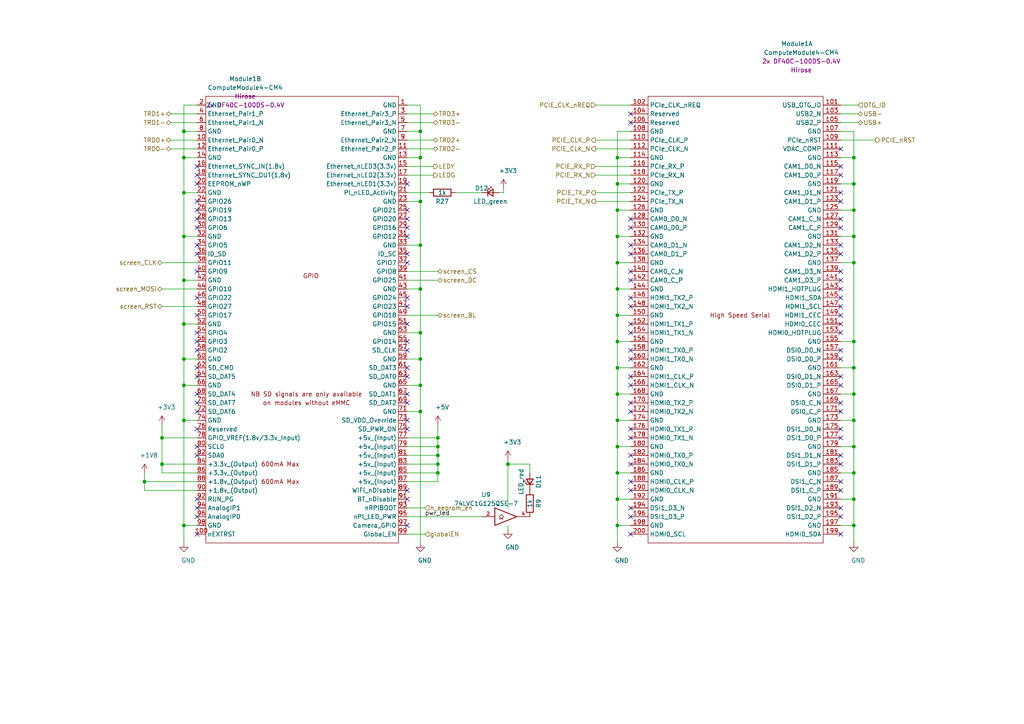
<source format=kicad_sch>
(kicad_sch (version 20211123) (generator eeschema)
  (paper "A4")
  (lib_symbols
    (symbol "74xGxx:74LVC1G07" (pin_names (offset 1.016))
      (property "Reference" "U" (at -2.54 3.81 0))
      (property "Value" "74LVC1G07" (at 0 -3.81 0))
      (symbol "74LVC1G07_0_1"
        (polyline (pts (xy -2.54 -0.635) (xy -1.27 -0.635)))
        (polyline (pts (xy -3.81 2.54) (xy -3.81 -2.54) (xy 2.54 0) (xy -3.81 2.54)) (stroke (width 0.254)))
        (polyline (pts (xy -1.905 0.635) (xy -2.54 0) (xy -1.905 -0.635) (xy -1.27 0) (xy -1.905 0.635)))
      )
      (symbol "74LVC1G07_1_1"
        (pin input line (at -7.62 0 0) (length 3.81) (name "~") (number "2"))
        (pin power_in line (at 0 -2.54 270) (length 0) hide (name "GND") (number "3"))
        (pin open_collector line (at 6.35 0 180) (length 3.81) (name "~") (number "4"))
        (pin power_in line (at 0 2.54 90) (length 0) hide (name "VCC") (number "5"))
      )
    )
    (symbol "CM4_NAS:ComputeModule4-CM4"
      (property "Reference" "Module" (at 113.03 -68.58 0))
      (property "Value" "ComputeModule4-CM4" (at 140.97 2.54 0))
      (property "Field4" "Hirose" (at 0 0 0))
      (property "Field5" "2x DF40C-100DS-0.4V" (at 0 -2.54 0))
      (symbol "ComputeModule4-CM4_1_0"
        (text "GPIO" (at 0 6.35 0) (effects (font (size 1.27 1.27))))
      )
      (symbol "ComputeModule4-CM4_1_1"
        (rectangle (start -30.48 -71.12) (end 25.4 58.42))
        (text "600mA Max" (at -8.89 -53.34 0) (effects (font (size 1.27 1.27))))
        (text "600mA Max" (at -8.89 -48.26 0) (effects (font (size 1.27 1.27))))
        (text "NB SD signals are only available" (at -1.27 -27.94 0) (effects (font (size 1.27 1.27))))
        (text "on modules without eMMC" (at -1.27 -30.48 0) (effects (font (size 1.27 1.27))))
        (pin power_in line (at 27.94 55.88 180) (length 2.54) (name "GND") (number "1"))
        (pin passive line (at -33.02 45.72 0) (length 2.54) (name "Ethernet_Pair0_N") (number "10"))
        (pin output line (at -33.02 -68.58 0) (length 2.54) (name "nEXTRST") (number "100"))
        (pin passive line (at 27.94 43.18 180) (length 2.54) (name "Ethernet_Pair2_P") (number "11"))
        (pin passive line (at -33.02 43.18 0) (length 2.54) (name "Ethernet_Pair0_P") (number "12"))
        (pin power_in line (at 27.94 40.64 180) (length 2.54) (name "GND") (number "13"))
        (pin power_in line (at -33.02 40.64 0) (length 2.54) (name "GND") (number "14"))
        (pin output line (at 27.94 38.1 180) (length 2.54) (name "Ethernet_nLED3(3.3v)") (number "15"))
        (pin input line (at -33.02 38.1 0) (length 2.54) (name "Ethernet_SYNC_IN(1.8v)") (number "16"))
        (pin output line (at 27.94 35.56 180) (length 2.54) (name "Ethernet_nLED2(3.3v)") (number "17"))
        (pin input line (at -33.02 35.56 0) (length 2.54) (name "Ethernet_SYNC_OUT(1.8v)") (number "18"))
        (pin output line (at 27.94 33.02 180) (length 2.54) (name "Ethernet_nLED1(3.3v)") (number "19"))
        (pin power_in line (at -33.02 55.88 0) (length 2.54) (name "GND") (number "2"))
        (pin passive line (at -33.02 33.02 0) (length 2.54) (name "EEPROM_nWP") (number "20"))
        (pin open_collector line (at 27.94 30.48 180) (length 2.54) (name "PI_nLED_Activity") (number "21"))
        (pin power_in line (at -33.02 30.48 0) (length 2.54) (name "GND") (number "22"))
        (pin power_in line (at 27.94 27.94 180) (length 2.54) (name "GND") (number "23"))
        (pin passive line (at -33.02 27.94 0) (length 2.54) (name "GPIO26") (number "24"))
        (pin passive line (at 27.94 25.4 180) (length 2.54) (name "GPIO21") (number "25"))
        (pin passive line (at -33.02 25.4 0) (length 2.54) (name "GPIO19") (number "26"))
        (pin passive line (at 27.94 22.86 180) (length 2.54) (name "GPIO20") (number "27"))
        (pin passive line (at -33.02 22.86 0) (length 2.54) (name "GPIO13") (number "28"))
        (pin passive line (at 27.94 20.32 180) (length 2.54) (name "GPIO16") (number "29"))
        (pin passive line (at 27.94 53.34 180) (length 2.54) (name "Ethernet_Pair3_P") (number "3"))
        (pin passive line (at -33.02 20.32 0) (length 2.54) (name "GPIO6") (number "30"))
        (pin passive line (at 27.94 17.78 180) (length 2.54) (name "GPIO12") (number "31"))
        (pin power_in line (at -33.02 17.78 0) (length 2.54) (name "GND") (number "32"))
        (pin power_in line (at 27.94 15.24 180) (length 2.54) (name "GND") (number "33"))
        (pin passive line (at -33.02 15.24 0) (length 2.54) (name "GPIO5") (number "34"))
        (pin passive line (at 27.94 12.7 180) (length 2.54) (name "ID_SC") (number "35"))
        (pin passive line (at -33.02 12.7 0) (length 2.54) (name "ID_SD") (number "36"))
        (pin passive line (at 27.94 10.16 180) (length 2.54) (name "GPIO7") (number "37"))
        (pin passive line (at -33.02 10.16 0) (length 2.54) (name "GPIO11") (number "38"))
        (pin passive line (at 27.94 7.62 180) (length 2.54) (name "GPIO8") (number "39"))
        (pin passive line (at -33.02 53.34 0) (length 2.54) (name "Ethernet_Pair1_P") (number "4"))
        (pin passive line (at -33.02 7.62 0) (length 2.54) (name "GPIO9") (number "40"))
        (pin passive line (at 27.94 5.08 180) (length 2.54) (name "GPIO25") (number "41"))
        (pin power_in line (at -33.02 5.08 0) (length 2.54) (name "GND") (number "42"))
        (pin power_in line (at 27.94 2.54 180) (length 2.54) (name "GND") (number "43"))
        (pin passive line (at -33.02 2.54 0) (length 2.54) (name "GPIO10") (number "44"))
        (pin passive line (at 27.94 0 180) (length 2.54) (name "GPIO24") (number "45"))
        (pin passive line (at -33.02 0 0) (length 2.54) (name "GPIO22") (number "46"))
        (pin passive line (at 27.94 -2.54 180) (length 2.54) (name "GPIO23") (number "47"))
        (pin passive line (at -33.02 -2.54 0) (length 2.54) (name "GPIO27") (number "48"))
        (pin passive line (at 27.94 -5.08 180) (length 2.54) (name "GPIO18") (number "49"))
        (pin passive line (at 27.94 50.8 180) (length 2.54) (name "Ethernet_Pair3_N") (number "5"))
        (pin passive line (at -33.02 -5.08 0) (length 2.54) (name "GPIO17") (number "50"))
        (pin passive line (at 27.94 -7.62 180) (length 2.54) (name "GPIO15") (number "51"))
        (pin power_in line (at -33.02 -7.62 0) (length 2.54) (name "GND") (number "52"))
        (pin power_in line (at 27.94 -10.16 180) (length 2.54) (name "GND") (number "53"))
        (pin passive line (at -33.02 -10.16 0) (length 2.54) (name "GPIO4") (number "54"))
        (pin passive line (at 27.94 -12.7 180) (length 2.54) (name "GPIO14") (number "55"))
        (pin passive line (at -33.02 -12.7 0) (length 2.54) (name "GPIO3") (number "56"))
        (pin passive line (at 27.94 -15.24 180) (length 2.54) (name "SD_CLK") (number "57"))
        (pin passive line (at -33.02 -15.24 0) (length 2.54) (name "GPIO2") (number "58"))
        (pin power_in line (at 27.94 -17.78 180) (length 2.54) (name "GND") (number "59"))
        (pin passive line (at -33.02 50.8 0) (length 2.54) (name "Ethernet_Pair1_N") (number "6"))
        (pin power_in line (at -33.02 -17.78 0) (length 2.54) (name "GND") (number "60"))
        (pin passive line (at 27.94 -20.32 180) (length 2.54) (name "SD_DAT3") (number "61"))
        (pin passive line (at -33.02 -20.32 0) (length 2.54) (name "SD_CMD") (number "62"))
        (pin passive line (at 27.94 -22.86 180) (length 2.54) (name "SD_DAT0") (number "63"))
        (pin passive line (at -33.02 -22.86 0) (length 2.54) (name "SD_DAT5") (number "64"))
        (pin power_in line (at 27.94 -25.4 180) (length 2.54) (name "GND") (number "65"))
        (pin power_in line (at -33.02 -25.4 0) (length 2.54) (name "GND") (number "66"))
        (pin passive line (at 27.94 -27.94 180) (length 2.54) (name "SD_DAT1") (number "67"))
        (pin passive line (at -33.02 -27.94 0) (length 2.54) (name "SD_DAT4") (number "68"))
        (pin passive line (at 27.94 -30.48 180) (length 2.54) (name "SD_DAT2") (number "69"))
        (pin power_in line (at 27.94 48.26 180) (length 2.54) (name "GND") (number "7"))
        (pin passive line (at -33.02 -30.48 0) (length 2.54) (name "SD_DAT7") (number "70"))
        (pin power_in line (at 27.94 -33.02 180) (length 2.54) (name "GND") (number "71"))
        (pin passive line (at -33.02 -33.02 0) (length 2.54) (name "SD_DAT6") (number "72"))
        (pin input line (at 27.94 -35.56 180) (length 2.54) (name "SD_VDD_Override") (number "73"))
        (pin power_in line (at -33.02 -35.56 0) (length 2.54) (name "GND") (number "74"))
        (pin output line (at 27.94 -38.1 180) (length 2.54) (name "SD_PWR_ON") (number "75"))
        (pin passive line (at -33.02 -38.1 0) (length 2.54) (name "Reserved") (number "76"))
        (pin power_in line (at 27.94 -40.64 180) (length 2.54) (name "+5v_(Input)") (number "77"))
        (pin power_in line (at -33.02 -40.64 0) (length 2.54) (name "GPIO_VREF(1.8v/3.3v_Input)") (number "78"))
        (pin power_in line (at 27.94 -43.18 180) (length 2.54) (name "+5v_(Input)") (number "79"))
        (pin power_in line (at -33.02 48.26 0) (length 2.54) (name "GND") (number "8"))
        (pin passive line (at -33.02 -43.18 0) (length 2.54) (name "SCL0") (number "80"))
        (pin power_in line (at 27.94 -45.72 180) (length 2.54) (name "+5v_(Input)") (number "81"))
        (pin passive line (at -33.02 -45.72 0) (length 2.54) (name "SDA0") (number "82"))
        (pin power_in line (at 27.94 -48.26 180) (length 2.54) (name "+5v_(Input)") (number "83"))
        (pin power_out line (at -33.02 -48.26 0) (length 2.54) (name "+3.3v_(Output)") (number "84"))
        (pin power_in line (at 27.94 -50.8 180) (length 2.54) (name "+5v_(Input)") (number "85"))
        (pin power_out line (at -33.02 -50.8 0) (length 2.54) (name "+3.3v_(Output)") (number "86"))
        (pin power_in line (at 27.94 -53.34 180) (length 2.54) (name "+5v_(Input)") (number "87"))
        (pin power_out line (at -33.02 -53.34 0) (length 2.54) (name "+1.8v_(Output)") (number "88"))
        (pin power_in line (at 27.94 -55.88 180) (length 2.54) (name "WiFi_nDisable") (number "89"))
        (pin passive line (at 27.94 45.72 180) (length 2.54) (name "Ethernet_Pair2_N") (number "9"))
        (pin power_out line (at -33.02 -55.88 0) (length 2.54) (name "+1.8v_(Output)") (number "90"))
        (pin power_in line (at 27.94 -58.42 180) (length 2.54) (name "BT_nDisable") (number "91"))
        (pin passive line (at -33.02 -58.42 0) (length 2.54) (name "RUN_PG") (number "92"))
        (pin input line (at 27.94 -60.96 180) (length 2.54) (name "nRPIBOOT") (number "93"))
        (pin passive line (at -33.02 -60.96 0) (length 2.54) (name "AnalogIP1") (number "94"))
        (pin output line (at 27.94 -63.5 180) (length 2.54) (name "nPI_LED_PWR") (number "95"))
        (pin passive line (at -33.02 -63.5 0) (length 2.54) (name "AnalogIP0") (number "96"))
        (pin passive line (at 27.94 -66.04 180) (length 2.54) (name "Camera_GPIO") (number "97"))
        (pin power_in line (at -33.02 -66.04 0) (length 2.54) (name "GND") (number "98"))
        (pin input line (at 27.94 -68.58 180) (length 2.54) (name "Global_EN") (number "99"))
      )
      (symbol "ComputeModule4-CM4_2_1"
        (rectangle (start 114.3 -66.04) (end 165.1 63.5))
        (text "High Speed Serial" (at 140.97 0 0) (effects (font (size 1.27 1.27))))
        (pin input line (at 170.18 60.96 180) (length 5.08) (name "USB_OTG_ID") (number "101"))
        (pin input line (at 109.22 60.96 0) (length 5.08) (name "PCIe_CLK_nREQ") (number "102"))
        (pin passive line (at 170.18 58.42 180) (length 5.08) (name "USB2_N") (number "103"))
        (pin passive line (at 109.22 58.42 0) (length 5.08) (name "Reserved") (number "104"))
        (pin passive line (at 170.18 55.88 180) (length 5.08) (name "USB2_P") (number "105"))
        (pin passive line (at 109.22 55.88 0) (length 5.08) (name "Reserved") (number "106"))
        (pin power_in line (at 170.18 53.34 180) (length 5.08) (name "GND") (number "107"))
        (pin power_in line (at 109.22 53.34 0) (length 5.08) (name "GND") (number "108"))
        (pin bidirectional line (at 170.18 50.8 180) (length 5.08) (name "PCIe_nRST") (number "109"))
        (pin output line (at 109.22 50.8 0) (length 5.08) (name "PCIe_CLK_P") (number "110"))
        (pin passive line (at 170.18 48.26 180) (length 5.08) (name "VDAC_COMP") (number "111"))
        (pin output line (at 109.22 48.26 0) (length 5.08) (name "PCIe_CLK_N") (number "112"))
        (pin power_in line (at 170.18 45.72 180) (length 5.08) (name "GND") (number "113"))
        (pin power_in line (at 109.22 45.72 0) (length 5.08) (name "GND") (number "114"))
        (pin input line (at 170.18 43.18 180) (length 5.08) (name "CAM1_D0_N") (number "115"))
        (pin input line (at 109.22 43.18 0) (length 5.08) (name "PCIe_RX_P") (number "116"))
        (pin input line (at 170.18 40.64 180) (length 5.08) (name "CAM1_D0_P") (number "117"))
        (pin input line (at 109.22 40.64 0) (length 5.08) (name "PCIe_RX_N") (number "118"))
        (pin power_in line (at 170.18 38.1 180) (length 5.08) (name "GND") (number "119"))
        (pin power_in line (at 109.22 38.1 0) (length 5.08) (name "GND") (number "120"))
        (pin input line (at 170.18 35.56 180) (length 5.08) (name "CAM1_D1_N") (number "121"))
        (pin output line (at 109.22 35.56 0) (length 5.08) (name "PCIe_TX_P") (number "122"))
        (pin input line (at 170.18 33.02 180) (length 5.08) (name "CAM1_D1_P") (number "123"))
        (pin output line (at 109.22 33.02 0) (length 5.08) (name "PCIe_TX_N") (number "124"))
        (pin power_in line (at 170.18 30.48 180) (length 5.08) (name "GND") (number "125"))
        (pin power_in line (at 109.22 30.48 0) (length 5.08) (name "GND") (number "126"))
        (pin input line (at 170.18 27.94 180) (length 5.08) (name "CAM1_C_N") (number "127"))
        (pin input line (at 109.22 27.94 0) (length 5.08) (name "CAM0_D0_N") (number "128"))
        (pin input line (at 170.18 25.4 180) (length 5.08) (name "CAM1_C_P") (number "129"))
        (pin input line (at 109.22 25.4 0) (length 5.08) (name "CAM0_D0_P") (number "130"))
        (pin power_in line (at 170.18 22.86 180) (length 5.08) (name "GND") (number "131"))
        (pin power_in line (at 109.22 22.86 0) (length 5.08) (name "GND") (number "132"))
        (pin input line (at 170.18 20.32 180) (length 5.08) (name "CAM1_D2_N") (number "133"))
        (pin input line (at 109.22 20.32 0) (length 5.08) (name "CAM0_D1_N") (number "134"))
        (pin input line (at 170.18 17.78 180) (length 5.08) (name "CAM1_D2_P") (number "135"))
        (pin input line (at 109.22 17.78 0) (length 5.08) (name "CAM0_D1_P") (number "136"))
        (pin power_in line (at 170.18 15.24 180) (length 5.08) (name "GND") (number "137"))
        (pin power_in line (at 109.22 15.24 0) (length 5.08) (name "GND") (number "138"))
        (pin input line (at 170.18 12.7 180) (length 5.08) (name "CAM1_D3_N") (number "139"))
        (pin input line (at 109.22 12.7 0) (length 5.08) (name "CAM0_C_N") (number "140"))
        (pin input line (at 170.18 10.16 180) (length 5.08) (name "CAM1_D3_P") (number "141"))
        (pin input line (at 109.22 10.16 0) (length 5.08) (name "CAM0_C_P") (number "142"))
        (pin input line (at 170.18 7.62 180) (length 5.08) (name "HDMI1_HOTPLUG") (number "143"))
        (pin power_in line (at 109.22 7.62 0) (length 5.08) (name "GND") (number "144"))
        (pin bidirectional line (at 170.18 5.08 180) (length 5.08) (name "HDMI1_SDA") (number "145"))
        (pin output line (at 109.22 5.08 0) (length 5.08) (name "HDMI1_TX2_P") (number "146"))
        (pin open_collector line (at 170.18 2.54 180) (length 5.08) (name "HDMI1_SCL") (number "147"))
        (pin output line (at 109.22 2.54 0) (length 5.08) (name "HDMI1_TX2_N") (number "148"))
        (pin open_collector line (at 170.18 0 180) (length 5.08) (name "HDMI1_CEC") (number "149"))
        (pin power_in line (at 109.22 0 0) (length 5.08) (name "GND") (number "150"))
        (pin open_collector line (at 170.18 -2.54 180) (length 5.08) (name "HDMI0_CEC") (number "151"))
        (pin output line (at 109.22 -2.54 0) (length 5.08) (name "HDMI1_TX1_P") (number "152"))
        (pin input line (at 170.18 -5.08 180) (length 5.08) (name "HDMI0_HOTPLUG") (number "153"))
        (pin output line (at 109.22 -5.08 0) (length 5.08) (name "HDMI1_TX1_N") (number "154"))
        (pin power_in line (at 170.18 -7.62 180) (length 5.08) (name "GND") (number "155"))
        (pin power_in line (at 109.22 -7.62 0) (length 5.08) (name "GND") (number "156"))
        (pin output line (at 170.18 -10.16 180) (length 5.08) (name "DSI0_D0_N") (number "157"))
        (pin output line (at 109.22 -10.16 0) (length 5.08) (name "HDMI1_TX0_P") (number "158"))
        (pin output line (at 170.18 -12.7 180) (length 5.08) (name "DSI0_D0_P") (number "159"))
        (pin output line (at 109.22 -12.7 0) (length 5.08) (name "HDMI1_TX0_N") (number "160"))
        (pin power_in line (at 170.18 -15.24 180) (length 5.08) (name "GND") (number "161"))
        (pin power_in line (at 109.22 -15.24 0) (length 5.08) (name "GND") (number "162"))
        (pin output line (at 170.18 -17.78 180) (length 5.08) (name "DSI0_D1_N") (number "163"))
        (pin output line (at 109.22 -17.78 0) (length 5.08) (name "HDMI1_CLK_P") (number "164"))
        (pin output line (at 170.18 -20.32 180) (length 5.08) (name "DSI0_D1_P") (number "165"))
        (pin output line (at 109.22 -20.32 0) (length 5.08) (name "HDMI1_CLK_N") (number "166"))
        (pin power_in line (at 170.18 -22.86 180) (length 5.08) (name "GND") (number "167"))
        (pin power_in line (at 109.22 -22.86 0) (length 5.08) (name "GND") (number "168"))
        (pin output line (at 170.18 -25.4 180) (length 5.08) (name "DSI0_C_N") (number "169"))
        (pin output line (at 109.22 -25.4 0) (length 5.08) (name "HDMI0_TX2_P") (number "170"))
        (pin output line (at 170.18 -27.94 180) (length 5.08) (name "DSI0_C_P") (number "171"))
        (pin output line (at 109.22 -27.94 0) (length 5.08) (name "HDMI0_TX2_N") (number "172"))
        (pin power_in line (at 170.18 -30.48 180) (length 5.08) (name "GND") (number "173"))
        (pin power_in line (at 109.22 -30.48 0) (length 5.08) (name "GND") (number "174"))
        (pin output line (at 170.18 -33.02 180) (length 5.08) (name "DSI1_D0_N") (number "175"))
        (pin output line (at 109.22 -33.02 0) (length 5.08) (name "HDMI0_TX1_P") (number "176"))
        (pin output line (at 170.18 -35.56 180) (length 5.08) (name "DSI1_D0_P") (number "177"))
        (pin output line (at 109.22 -35.56 0) (length 5.08) (name "HDMI0_TX1_N") (number "178"))
        (pin power_in line (at 170.18 -38.1 180) (length 5.08) (name "GND") (number "179"))
        (pin power_in line (at 109.22 -38.1 0) (length 5.08) (name "GND") (number "180"))
        (pin output line (at 170.18 -40.64 180) (length 5.08) (name "DSI1_D1_N") (number "181"))
        (pin output line (at 109.22 -40.64 0) (length 5.08) (name "HDMI0_TX0_P") (number "182"))
        (pin output line (at 170.18 -43.18 180) (length 5.08) (name "DSI1_D1_P") (number "183"))
        (pin output line (at 109.22 -43.18 0) (length 5.08) (name "HDMI0_TX0_N") (number "184"))
        (pin power_in line (at 170.18 -45.72 180) (length 5.08) (name "GND") (number "185"))
        (pin power_in line (at 109.22 -45.72 0) (length 5.08) (name "GND") (number "186"))
        (pin output line (at 170.18 -48.26 180) (length 5.08) (name "DSI1_C_N") (number "187"))
        (pin output line (at 109.22 -48.26 0) (length 5.08) (name "HDMI0_CLK_P") (number "188"))
        (pin output line (at 170.18 -50.8 180) (length 5.08) (name "DSI1_C_P") (number "189"))
        (pin output line (at 109.22 -50.8 0) (length 5.08) (name "HDMI0_CLK_N") (number "190"))
        (pin power_in line (at 170.18 -53.34 180) (length 5.08) (name "GND") (number "191"))
        (pin power_in line (at 109.22 -53.34 0) (length 5.08) (name "GND") (number "192"))
        (pin output line (at 170.18 -55.88 180) (length 5.08) (name "DSI1_D2_N") (number "193"))
        (pin output line (at 109.22 -55.88 0) (length 5.08) (name "DSI1_D3_N") (number "194"))
        (pin output line (at 170.18 -58.42 180) (length 5.08) (name "DSI1_D2_P") (number "195"))
        (pin output line (at 109.22 -58.42 0) (length 5.08) (name "DSI1_D3_P") (number "196"))
        (pin power_in line (at 170.18 -60.96 180) (length 5.08) (name "GND") (number "197"))
        (pin power_in line (at 109.22 -60.96 0) (length 5.08) (name "GND") (number "198"))
        (pin bidirectional line (at 170.18 -63.5 180) (length 5.08) (name "HDMI0_SDA") (number "199"))
        (pin open_collector line (at 109.22 -63.5 0) (length 5.08) (name "HDMI0_SCL") (number "200"))
      )
    )
    (symbol "Device:LED_Small" (pin_numbers hide) (pin_names (offset 0.254) hide)
      (property "Reference" "D" (at -1.27 3.175 0))
      (property "Value" "LED_Small" (at -4.445 -2.54 0))
      (symbol "LED_Small_0_1"
        (polyline (pts (xy -0.762 -1.016) (xy -0.762 1.016)) (stroke (width 0.254)))
        (polyline (pts (xy 1.016 0) (xy -0.762 0)))
        (polyline (pts (xy 0.762 -1.016) (xy -0.762 0) (xy 0.762 1.016) (xy 0.762 -1.016)) (stroke (width 0.254)))
        (polyline (pts (xy 0 0.762) (xy -0.508 1.27) (xy -0.254 1.27) (xy -0.508 1.27) (xy -0.508 1.016)))
        (polyline (pts (xy 0.508 1.27) (xy 0 1.778) (xy 0.254 1.778) (xy 0 1.778) (xy 0 1.524)))
      )
      (symbol "LED_Small_1_1"
        (pin passive line (at -2.54 0 0) (length 1.778) (name "K") (number "1"))
        (pin passive line (at 2.54 0 180) (length 1.778) (name "A") (number "2"))
      )
    )
    (symbol "Device:R" (pin_numbers hide) (pin_names (offset 0))
      (property "Reference" "R" (at 2.032 0 90))
      (property "Value" "R" (at 0 0 90))
      (symbol "R_0_1"
        (rectangle (start -1.016 -2.54) (end 1.016 2.54) (stroke (width 0.254)))
      )
      (symbol "R_1_1"
        (pin passive line (at 0 3.81 270) (length 1.27) (name "~") (number "1"))
        (pin passive line (at 0 -3.81 90) (length 1.27) (name "~") (number "2"))
      )
    )
    (symbol "power:+1V8" (power) (pin_names (offset 0))
      (property "Value" "+1V8" (at 0 3.556 0))
      (symbol "+1V8_0_1"
        (polyline (pts (xy -0.762 1.27) (xy 0 2.54)))
        (polyline (pts (xy 0 0) (xy 0 2.54)))
        (polyline (pts (xy 0 2.54) (xy 0.762 1.27)))
      )
      (symbol "+1V8_1_1"
        (pin power_in line (at 0 0 90) (length 0) hide (name "+1V8") (number "1"))
      )
    )
    (symbol "power:+3V3" (power) (pin_names (offset 0))
      (property "Value" "+3V3" (at 0 3.556 0))
      (symbol "+3V3_0_1"
        (polyline (pts (xy -0.762 1.27) (xy 0 2.54)))
        (polyline (pts (xy 0 0) (xy 0 2.54)))
        (polyline (pts (xy 0 2.54) (xy 0.762 1.27)))
      )
      (symbol "+3V3_1_1"
        (pin power_in line (at 0 0 90) (length 0) hide (name "+3V3") (number "1"))
      )
    )
    (symbol "power:+5V" (power) (pin_names (offset 0))
      (property "Value" "+5V" (at 0 3.556 0))
      (symbol "+5V_0_1"
        (polyline (pts (xy -0.762 1.27) (xy 0 2.54)))
        (polyline (pts (xy 0 0) (xy 0 2.54)))
        (polyline (pts (xy 0 2.54) (xy 0.762 1.27)))
      )
      (symbol "+5V_1_1"
        (pin power_in line (at 0 0 90) (length 0) hide (name "+5V") (number "1"))
      )
    )
    (symbol "power:GND" (power) (pin_names (offset 0))
      (property "Value" "GND" (at 0 -3.81 0))
      (symbol "GND_0_1"
        (polyline (pts (xy 0 0) (xy 0 -1.27) (xy 1.27 -1.27) (xy 0 -2.54) (xy -1.27 -1.27) (xy 0 -1.27)))
      )
      (symbol "GND_1_1"
        (pin power_in line (at 0 0 270) (length 0) hide (name "GND") (number "1"))
      )
    )
  )
  (junction (at 247.65 129.54) (diameter 0.9144))
  (junction (at 179.07 45.72) (diameter 0.9144))
  (junction (at 179.07 121.92) (diameter 0.9144))
  (junction (at 41.91 139.7) (diameter 0.9144))
  (junction (at 127 137.16) (diameter 0.9144))
  (junction (at 53.34 68.58) (diameter 0.9144))
  (junction (at 247.65 106.68) (diameter 0.9144))
  (junction (at 53.34 81.28) (diameter 0.9144))
  (junction (at 247.65 99.06) (diameter 0.9144))
  (junction (at 121.92 38.1) (diameter 0.9144))
  (junction (at 179.07 91.44) (diameter 0.9144))
  (junction (at 179.07 60.96) (diameter 0.9144))
  (junction (at 121.92 119.38) (diameter 0.9144))
  (junction (at 127 129.54) (diameter 0.9144))
  (junction (at 247.65 144.78) (diameter 0.9144))
  (junction (at 247.65 114.3) (diameter 0.9144))
  (junction (at 53.34 93.98) (diameter 0.9144))
  (junction (at 247.65 76.2) (diameter 0.9144))
  (junction (at 179.07 152.4) (diameter 0.9144))
  (junction (at 247.65 45.72) (diameter 0.9144))
  (junction (at 179.07 106.68) (diameter 0.9144))
  (junction (at 247.65 137.16) (diameter 0.9144))
  (junction (at 179.07 129.54) (diameter 0.9144))
  (junction (at 53.34 121.92) (diameter 0.9144))
  (junction (at 53.34 38.1) (diameter 0.9144))
  (junction (at 127 132.08) (diameter 0.9144))
  (junction (at 121.92 96.52) (diameter 0.9144))
  (junction (at 121.92 71.12) (diameter 0.9144))
  (junction (at 247.65 68.58) (diameter 0.9144))
  (junction (at 247.65 60.96) (diameter 0.9144))
  (junction (at 179.07 137.16) (diameter 0.9144))
  (junction (at 53.34 152.4) (diameter 0.9144))
  (junction (at 121.92 104.14) (diameter 0.9144))
  (junction (at 179.07 83.82) (diameter 0.9144))
  (junction (at 46.99 127))
  (junction (at 53.34 104.14) (diameter 0.9144))
  (junction (at 127 127) (diameter 0.9144))
  (junction (at 147.32 134.62))
  (junction (at 247.65 152.4) (diameter 0.9144))
  (junction (at 179.07 68.58) (diameter 0.9144))
  (junction (at 179.07 76.2) (diameter 0.9144))
  (junction (at 53.34 111.76) (diameter 0.9144))
  (junction (at 121.92 58.42) (diameter 0.9144))
  (junction (at 53.34 55.88) (diameter 0.9144))
  (junction (at 247.65 53.34) (diameter 0.9144))
  (junction (at 179.07 53.34) (diameter 0.9144))
  (junction (at 46.99 134.62) (diameter 0.9144))
  (junction (at 121.92 83.82) (diameter 0.9144))
  (junction (at 127 134.62) (diameter 0.9144))
  (junction (at 53.34 45.72) (diameter 0.9144))
  (junction (at 179.07 144.78) (diameter 0.9144))
  (junction (at 179.07 114.3) (diameter 0.9144))
  (junction (at 179.07 99.06) (diameter 0.9144))
  (junction (at 121.92 111.76) (diameter 0.9144))
  (junction (at 247.65 121.92) (diameter 0.9144))
  (junction (at 121.92 45.72) (diameter 0.9144))
  (no_connect (at 118.11 76.2))
  (no_connect (at 57.15 78.74))
  (no_connect (at 243.84 149.86))
  (no_connect (at 243.84 88.9))
  (no_connect (at 57.15 66.04))
  (no_connect (at 243.84 104.14))
  (no_connect (at 243.84 73.66))
  (no_connect (at 57.15 91.44))
  (no_connect (at 57.15 144.78))
  (no_connect (at 182.88 93.98))
  (no_connect (at 243.84 55.88))
  (no_connect (at 243.84 109.22))
  (no_connect (at 243.84 86.36))
  (no_connect (at 182.88 104.14))
  (no_connect (at 182.88 66.04))
  (no_connect (at 243.84 66.04))
  (no_connect (at 118.11 152.4))
  (no_connect (at 243.84 132.08))
  (no_connect (at 243.84 43.18))
  (no_connect (at 182.88 109.22))
  (no_connect (at 182.88 116.84))
  (no_connect (at 118.11 63.5))
  (no_connect (at 182.88 139.7))
  (no_connect (at 57.15 71.12))
  (no_connect (at 243.84 116.84))
  (no_connect (at 118.11 93.98))
  (no_connect (at 243.84 139.7))
  (no_connect (at 118.11 68.58))
  (no_connect (at 182.88 147.32))
  (no_connect (at 182.88 124.46))
  (no_connect (at 57.15 96.52))
  (no_connect (at 57.15 99.06))
  (no_connect (at 182.88 35.56))
  (no_connect (at 57.15 101.6))
  (no_connect (at 243.84 91.44))
  (no_connect (at 118.11 53.34))
  (no_connect (at 118.11 116.84))
  (no_connect (at 118.11 124.46))
  (no_connect (at 118.11 142.24))
  (no_connect (at 118.11 144.78))
  (no_connect (at 182.88 33.02))
  (no_connect (at 118.11 73.66))
  (no_connect (at 57.15 58.42))
  (no_connect (at 182.88 142.24))
  (no_connect (at 118.11 88.9))
  (no_connect (at 118.11 86.36))
  (no_connect (at 182.88 134.62))
  (no_connect (at 243.84 81.28))
  (no_connect (at 243.84 134.62))
  (no_connect (at 182.88 101.6))
  (no_connect (at 57.15 86.36))
  (no_connect (at 243.84 119.38))
  (no_connect (at 243.84 83.82))
  (no_connect (at 118.11 114.3))
  (no_connect (at 118.11 101.6))
  (no_connect (at 118.11 106.68))
  (no_connect (at 118.11 109.22))
  (no_connect (at 118.11 121.92))
  (no_connect (at 118.11 60.96))
  (no_connect (at 182.88 119.38))
  (no_connect (at 57.15 48.26))
  (no_connect (at 57.15 50.8))
  (no_connect (at 57.15 53.34))
  (no_connect (at 118.11 99.06))
  (no_connect (at 182.88 127))
  (no_connect (at 243.84 154.94))
  (no_connect (at 182.88 71.12))
  (no_connect (at 182.88 149.86))
  (no_connect (at 182.88 86.36))
  (no_connect (at 243.84 48.26))
  (no_connect (at 243.84 50.8))
  (no_connect (at 243.84 71.12))
  (no_connect (at 182.88 73.66))
  (no_connect (at 182.88 154.94))
  (no_connect (at 243.84 101.6))
  (no_connect (at 243.84 127))
  (no_connect (at 243.84 142.24))
  (no_connect (at 243.84 78.74))
  (no_connect (at 57.15 73.66))
  (no_connect (at 57.15 106.68))
  (no_connect (at 57.15 109.22))
  (no_connect (at 57.15 114.3))
  (no_connect (at 57.15 116.84))
  (no_connect (at 57.15 119.38))
  (no_connect (at 57.15 124.46))
  (no_connect (at 57.15 129.54))
  (no_connect (at 57.15 132.08))
  (no_connect (at 243.84 96.52))
  (no_connect (at 182.88 111.76))
  (no_connect (at 57.15 149.86))
  (no_connect (at 57.15 147.32))
  (no_connect (at 243.84 147.32))
  (no_connect (at 243.84 93.98))
  (no_connect (at 182.88 132.08))
  (no_connect (at 57.15 63.5))
  (no_connect (at 57.15 154.94))
  (no_connect (at 182.88 96.52))
  (no_connect (at 57.15 60.96))
  (no_connect (at 182.88 78.74))
  (no_connect (at 182.88 63.5))
  (no_connect (at 243.84 111.76))
  (no_connect (at 243.84 58.42))
  (no_connect (at 243.84 124.46))
  (no_connect (at 118.11 66.04))
  (no_connect (at 182.88 88.9))
  (no_connect (at 243.84 63.5))
  (no_connect (at 182.88 81.28))
  (wire (pts (xy 118.11 58.42) (xy 121.92 58.42)))
  (wire (pts (xy 243.84 35.56) (xy 248.92 35.56)))
  (wire (pts (xy 247.65 76.2) (xy 247.65 99.06)))
  (wire (pts (xy 121.92 111.76) (xy 121.92 119.38)))
  (wire (pts (xy 118.11 48.26) (xy 125.73 48.26)))
  (wire (pts (xy 172.72 30.48) (xy 182.88 30.48)))
  (wire (pts (xy 121.92 71.12) (xy 121.92 83.82)))
  (wire (pts (xy 132.08 55.88) (xy 139.7 55.88)))
  (wire (pts (xy 179.07 53.34) (xy 179.07 60.96)))
  (wire (pts (xy 49.53 33.02) (xy 57.15 33.02)))
  (wire (pts (xy 243.84 30.48) (xy 248.92 30.48)))
  (wire (pts (xy 243.84 121.92) (xy 247.65 121.92)))
  (wire (pts (xy 179.07 106.68) (xy 179.07 114.3)))
  (wire (pts (xy 118.11 45.72) (xy 121.92 45.72)))
  (wire (pts (xy 118.11 132.08) (xy 127 132.08)))
  (wire (pts (xy 127 132.08) (xy 127 129.54)))
  (wire (pts (xy 121.92 38.1) (xy 121.92 45.72)))
  (wire (pts (xy 118.11 83.82) (xy 121.92 83.82)))
  (wire (pts (xy 53.34 152.4) (xy 53.34 157.48)))
  (wire (pts (xy 118.11 40.64) (xy 125.73 40.64)))
  (wire (pts (xy 172.72 50.8) (xy 182.88 50.8)))
  (wire (pts (xy 179.07 99.06) (xy 182.88 99.06)))
  (wire (pts (xy 247.65 114.3) (xy 247.65 121.92)))
  (wire (pts (xy 53.34 104.14) (xy 53.34 111.76)))
  (wire (pts (xy 53.34 152.4) (xy 57.15 152.4)))
  (wire (pts (xy 49.53 40.64) (xy 57.15 40.64)))
  (wire (pts (xy 247.65 129.54) (xy 247.65 137.16)))
  (wire (pts (xy 53.34 68.58) (xy 53.34 81.28)))
  (wire (pts (xy 243.84 53.34) (xy 247.65 53.34)))
  (wire (pts (xy 179.07 144.78) (xy 182.88 144.78)))
  (wire (pts (xy 247.65 137.16) (xy 247.65 144.78)))
  (wire (pts (xy 146.05 55.88) (xy 146.05 54.61)))
  (wire (pts (xy 46.99 123.19) (xy 46.99 127)))
  (wire (pts (xy 243.84 129.54) (xy 247.65 129.54)))
  (wire (pts (xy 172.72 55.88) (xy 182.88 55.88)))
  (wire (pts (xy 53.34 38.1) (xy 57.15 38.1)))
  (wire (pts (xy 118.11 33.02) (xy 125.73 33.02)))
  (wire (pts (xy 243.84 152.4) (xy 247.65 152.4)))
  (wire (pts (xy 179.07 76.2) (xy 182.88 76.2)))
  (wire (pts (xy 118.11 134.62) (xy 127 134.62)))
  (wire (pts (xy 127 134.62) (xy 127 132.08)))
  (wire (pts (xy 247.65 68.58) (xy 247.65 76.2)))
  (wire (pts (xy 121.92 83.82) (xy 121.92 96.52)))
  (wire (pts (xy 53.34 81.28) (xy 53.34 93.98)))
  (wire (pts (xy 46.99 127) (xy 46.99 134.62)))
  (wire (pts (xy 46.99 134.62) (xy 57.15 134.62)))
  (wire (pts (xy 179.07 91.44) (xy 179.07 99.06)))
  (wire (pts (xy 118.11 55.88) (xy 124.46 55.88)))
  (wire (pts (xy 247.65 45.72) (xy 247.65 53.34)))
  (wire (pts (xy 121.92 45.72) (xy 121.92 58.42)))
  (wire (pts (xy 118.11 119.38) (xy 121.92 119.38)))
  (wire (pts (xy 118.11 71.12) (xy 121.92 71.12)))
  (wire (pts (xy 53.34 93.98) (xy 53.34 104.14)))
  (wire (pts (xy 49.53 43.18) (xy 57.15 43.18)))
  (wire (pts (xy 243.84 99.06) (xy 247.65 99.06)))
  (wire (pts (xy 243.84 60.96) (xy 247.65 60.96)))
  (wire (pts (xy 247.65 121.92) (xy 247.65 129.54)))
  (wire (pts (xy 243.84 114.3) (xy 247.65 114.3)))
  (wire (pts (xy 179.07 91.44) (xy 182.88 91.44)))
  (wire (pts (xy 147.32 134.62) (xy 147.32 147.32)))
  (wire (pts (xy 179.07 60.96) (xy 179.07 68.58)))
  (wire (pts (xy 247.65 152.4) (xy 247.65 157.48)))
  (wire (pts (xy 179.07 106.68) (xy 182.88 106.68)))
  (wire (pts (xy 53.34 38.1) (xy 53.34 45.72)))
  (wire (pts (xy 46.99 88.9) (xy 57.15 88.9)))
  (wire (pts (xy 172.72 40.64) (xy 182.88 40.64)))
  (wire (pts (xy 53.34 45.72) (xy 53.34 55.88)))
  (wire (pts (xy 179.07 121.92) (xy 179.07 129.54)))
  (wire (pts (xy 179.07 68.58) (xy 182.88 68.58)))
  (wire (pts (xy 118.11 35.56) (xy 125.73 35.56)))
  (wire (pts (xy 53.34 68.58) (xy 57.15 68.58)))
  (wire (pts (xy 41.91 137.16) (xy 41.91 139.7)))
  (wire (pts (xy 41.91 139.7) (xy 57.15 139.7)))
  (wire (pts (xy 53.34 104.14) (xy 57.15 104.14)))
  (wire (pts (xy 118.11 91.44) (xy 127 91.44)))
  (wire (pts (xy 53.34 55.88) (xy 57.15 55.88)))
  (wire (pts (xy 53.34 121.92) (xy 53.34 152.4)))
  (wire (pts (xy 53.34 111.76) (xy 57.15 111.76)))
  (wire (pts (xy 179.07 76.2) (xy 179.07 83.82)))
  (wire (pts (xy 243.84 106.68) (xy 247.65 106.68)))
  (wire (pts (xy 243.84 76.2) (xy 247.65 76.2)))
  (wire (pts (xy 179.07 83.82) (xy 182.88 83.82)))
  (wire (pts (xy 243.84 33.02) (xy 248.92 33.02)))
  (wire (pts (xy 179.07 137.16) (xy 179.07 144.78)))
  (wire (pts (xy 118.11 147.32) (xy 123.19 147.32)))
  (wire (pts (xy 179.07 45.72) (xy 182.88 45.72)))
  (wire (pts (xy 46.99 127) (xy 57.15 127)))
  (wire (pts (xy 53.34 55.88) (xy 53.34 68.58)))
  (wire (pts (xy 153.67 134.62) (xy 153.67 137.16)))
  (wire (pts (xy 147.32 152.4) (xy 147.32 153.67)))
  (wire (pts (xy 118.11 111.76) (xy 121.92 111.76)))
  (wire (pts (xy 179.07 99.06) (xy 179.07 106.68)))
  (wire (pts (xy 53.34 111.76) (xy 53.34 121.92)))
  (wire (pts (xy 243.84 144.78) (xy 247.65 144.78)))
  (wire (pts (xy 179.07 45.72) (xy 179.07 53.34)))
  (wire (pts (xy 243.84 38.1) (xy 247.65 38.1)))
  (wire (pts (xy 179.07 38.1) (xy 179.07 45.72)))
  (wire (pts (xy 121.92 30.48) (xy 121.92 38.1)))
  (wire (pts (xy 121.92 104.14) (xy 121.92 111.76)))
  (wire (pts (xy 147.32 133.35) (xy 147.32 134.62)))
  (wire (pts (xy 121.92 119.38) (xy 121.92 157.48)))
  (wire (pts (xy 247.65 38.1) (xy 247.65 45.72)))
  (wire (pts (xy 243.84 40.64) (xy 254 40.64)))
  (wire (pts (xy 243.84 45.72) (xy 247.65 45.72)))
  (wire (pts (xy 179.07 83.82) (xy 179.07 91.44)))
  (wire (pts (xy 172.72 58.42) (xy 182.88 58.42)))
  (wire (pts (xy 46.99 83.82) (xy 57.15 83.82)))
  (wire (pts (xy 127 123.19) (xy 127 127)))
  (wire (pts (xy 127 127) (xy 118.11 127)))
  (wire (pts (xy 41.91 142.24) (xy 41.91 139.7)))
  (wire (pts (xy 41.91 142.24) (xy 57.15 142.24)))
  (wire (pts (xy 179.07 152.4) (xy 182.88 152.4)))
  (wire (pts (xy 53.34 121.92) (xy 57.15 121.92)))
  (wire (pts (xy 53.34 81.28) (xy 57.15 81.28)))
  (wire (pts (xy 118.11 96.52) (xy 121.92 96.52)))
  (wire (pts (xy 179.07 121.92) (xy 182.88 121.92)))
  (wire (pts (xy 179.07 53.34) (xy 182.88 53.34)))
  (wire (pts (xy 147.32 134.62) (xy 153.67 134.62)))
  (wire (pts (xy 179.07 129.54) (xy 179.07 137.16)))
  (wire (pts (xy 118.11 50.8) (xy 125.73 50.8)))
  (wire (pts (xy 179.07 114.3) (xy 182.88 114.3)))
  (wire (pts (xy 118.11 154.94) (xy 123.19 154.94)))
  (wire (pts (xy 172.72 48.26) (xy 182.88 48.26)))
  (wire (pts (xy 46.99 137.16) (xy 46.99 134.62)))
  (wire (pts (xy 57.15 137.16) (xy 46.99 137.16)))
  (wire (pts (xy 247.65 53.34) (xy 247.65 60.96)))
  (wire (pts (xy 179.07 144.78) (xy 179.07 152.4)))
  (wire (pts (xy 118.11 81.28) (xy 127 81.28)))
  (wire (pts (xy 172.72 43.18) (xy 182.88 43.18)))
  (wire (pts (xy 118.11 137.16) (xy 127 137.16)))
  (wire (pts (xy 127 137.16) (xy 127 134.62)))
  (wire (pts (xy 247.65 144.78) (xy 247.65 152.4)))
  (wire (pts (xy 118.11 129.54) (xy 127 129.54)))
  (wire (pts (xy 127 129.54) (xy 127 127)))
  (wire (pts (xy 49.53 35.56) (xy 57.15 35.56)))
  (wire (pts (xy 118.11 149.86) (xy 139.7 149.86)))
  (wire (pts (xy 243.84 137.16) (xy 247.65 137.16)))
  (wire (pts (xy 118.11 104.14) (xy 121.92 104.14)))
  (wire (pts (xy 179.07 60.96) (xy 182.88 60.96)))
  (wire (pts (xy 118.11 30.48) (xy 121.92 30.48)))
  (wire (pts (xy 179.07 129.54) (xy 182.88 129.54)))
  (wire (pts (xy 121.92 96.52) (xy 121.92 104.14)))
  (wire (pts (xy 118.11 38.1) (xy 121.92 38.1)))
  (wire (pts (xy 53.34 30.48) (xy 53.34 38.1)))
  (wire (pts (xy 179.07 114.3) (xy 179.07 121.92)))
  (wire (pts (xy 118.11 139.7) (xy 127 139.7)))
  (wire (pts (xy 127 139.7) (xy 127 137.16)))
  (wire (pts (xy 182.88 38.1) (xy 179.07 38.1)))
  (wire (pts (xy 179.07 152.4) (xy 179.07 157.48)))
  (wire (pts (xy 53.34 45.72) (xy 57.15 45.72)))
  (wire (pts (xy 121.92 58.42) (xy 121.92 71.12)))
  (wire (pts (xy 179.07 68.58) (xy 179.07 76.2)))
  (wire (pts (xy 46.99 76.2) (xy 57.15 76.2)))
  (wire (pts (xy 57.15 30.48) (xy 53.34 30.48)))
  (wire (pts (xy 118.11 43.18) (xy 125.73 43.18)))
  (wire (pts (xy 182.88 137.16) (xy 179.07 137.16)))
  (wire (pts (xy 144.78 55.88) (xy 146.05 55.88)))
  (wire (pts (xy 247.65 106.68) (xy 247.65 114.3)))
  (wire (pts (xy 118.11 78.74) (xy 127 78.74)))
  (wire (pts (xy 53.34 93.98) (xy 57.15 93.98)))
  (wire (pts (xy 243.84 68.58) (xy 247.65 68.58)))
  (wire (pts (xy 247.65 60.96) (xy 247.65 68.58)))
  (wire (pts (xy 247.65 99.06) (xy 247.65 106.68)))
  (label "pwr_led" (at 123.19 149.86 0))
  (hierarchical_label "PCIE_nRST" (shape output) (at 254 40.64 0))
  (hierarchical_label "PCIE_CLK_nREQ" (shape input) (at 172.72 30.48 180))
  (hierarchical_label "screen_CS" (shape bidirectional) (at 127 78.74 0))
  (hierarchical_label "USB-" (shape bidirectional) (at 248.92 33.02 0))
  (hierarchical_label "PCIE_TX_P" (shape output) (at 172.72 55.88 180))
  (hierarchical_label "screen_BL" (shape bidirectional) (at 127 91.44 0))
  (hierarchical_label "TRD1-" (shape bidirectional) (at 49.53 35.56 180))
  (hierarchical_label "PCIE_TX_N" (shape output) (at 172.72 58.42 180))
  (hierarchical_label "TRD2+" (shape bidirectional) (at 125.73 40.64 0))
  (hierarchical_label "TRD3+" (shape bidirectional) (at 125.73 33.02 0))
  (hierarchical_label "PCIE_CLK_P" (shape output) (at 172.72 40.64 180))
  (hierarchical_label "n_eeprom_en" (shape input) (at 123.19 147.32 0))
  (hierarchical_label "globalEN" (shape input) (at 123.19 154.94 0))
  (hierarchical_label "TRD3-" (shape bidirectional) (at 125.73 35.56 0))
  (hierarchical_label "PCIE_RX_P" (shape input) (at 172.72 48.26 180))
  (hierarchical_label "TRD0+" (shape bidirectional) (at 49.53 40.64 180))
  (hierarchical_label "screen_MOSI" (shape bidirectional) (at 46.99 83.82 180))
  (hierarchical_label "PCIE_RX_N" (shape input) (at 172.72 50.8 180))
  (hierarchical_label "screen_DC" (shape bidirectional) (at 127 81.28 0))
  (hierarchical_label "PCIE_CLK_N" (shape output) (at 172.72 43.18 180))
  (hierarchical_label "OTG_ID" (shape input) (at 248.92 30.48 0))
  (hierarchical_label "USB+" (shape bidirectional) (at 248.92 35.56 0))
  (hierarchical_label "LEDG" (shape output) (at 125.73 50.8 0))
  (hierarchical_label "TRD2-" (shape bidirectional) (at 125.73 43.18 0))
  (hierarchical_label "screen_CLK" (shape bidirectional) (at 46.99 76.2 180))
  (hierarchical_label "TRD1+" (shape bidirectional) (at 49.53 33.02 180))
  (hierarchical_label "LEDY" (shape output) (at 125.73 48.26 0))
  (hierarchical_label "TRD0-" (shape bidirectional) (at 49.53 43.18 180))
  (hierarchical_label "screen_RST" (shape bidirectional) (at 46.99 88.9 180))
  (symbol (lib_id "Device:R") (at 153.67 146.05 180) (unit 1)
    (property "Reference" "R9" (at 156.21 146.05 90))
    (property "Value" "1k" (at 153.67 146.05 90))
    (property "Footprint" "Resistor_SMD:R_0402_1005Metric" (effects hide))
    (property "MFR" "Yageo" (effects hide))
    (property "MPN" "AC0402FR-071KL" (effects hide))
  )
  (symbol (lib_id "power:GND") (at 121.92 157.48 0) (unit 1)
    (property "Reference" "#PWR0109" (effects hide))
    (property "Value" "GND" (at 123.19 162.56 0))
  )
  (symbol (lib_id "power:+3V3") (at 147.32 133.35 0) (unit 1)
    (property "Reference" "#PWR0182" (effects hide))
    (property "Value" "+3V3" (at 148.59 128.27 0))
  )
  (symbol (lib_id "power:GND") (at 147.32 153.67 0) (unit 1)
    (property "Reference" "#PWR0186" (effects hide))
    (property "Value" "GND" (at 148.59 158.75 0))
  )
  (symbol (lib_id "Device:R") (at 128.27 55.88 90) (unit 1)
    (property "Reference" "R27" (at 128.27 58.42 90))
    (property "Value" "1k" (at 128.27 55.88 90))
    (property "Footprint" "Resistor_SMD:R_0402_1005Metric" (effects hide))
    (property "MFR" "Yageo" (effects hide))
    (property "MPN" "AC0402FR-071KL" (effects hide))
  )
  (symbol (lib_id "power:+5V") (at 127 123.19 0) (unit 1)
    (property "Reference" "#PWR0175" (effects hide))
    (property "Value" "+5V" (at 128.27 118.11 0))
  )
  (symbol (lib_id "power:+3V3") (at 146.05 54.61 0) (unit 1)
    (property "Reference" "#PWR0183" (effects hide))
    (property "Value" "+3V3" (at 147.32 49.53 0))
  )
  (symbol (lib_id "Device:LED_Small") (at 153.67 139.7 90) (unit 1)
    (property "Reference" "D11" (at 156.21 139.7 0))
    (property "Value" "LED_red" (at 151.13 139.7 0))
    (property "Footprint" "LED_SMD:LED_0603_1608Metric" (effects hide))
    (property "MFR" "Kingbright" (effects hide))
    (property "MPN" "APHD1608LSURCK" (effects hide))
  )
  (symbol (lib_id "power:+3V3") (at 46.99 123.19 0) (unit 1)
    (property "Reference" "#PWR0173" (effects hide))
    (property "Value" "+3V3" (at 48.26 118.11 0))
  )
  (symbol (lib_id "power:GND") (at 247.65 157.48 0) (unit 1)
    (property "Reference" "#PWR0107" (effects hide))
    (property "Value" "GND" (at 248.92 162.56 0))
  )
  (symbol (lib_id "power:GND") (at 53.34 157.48 0) (unit 1)
    (property "Reference" "#PWR0110" (effects hide))
    (property "Value" "GND" (at 54.61 162.56 0))
  )
  (symbol (lib_id "power:GND") (at 179.07 157.48 0) (unit 1)
    (property "Reference" "#PWR0108" (effects hide))
    (property "Value" "GND" (at 180.34 162.56 0))
  )
  (symbol (lib_id "Device:LED_Small") (at 142.24 55.88 0) (unit 1)
    (property "Reference" "D12" (at 139.7 54.61 0))
    (property "Value" "LED_green" (at 142.24 58.42 0))
    (property "Footprint" "LED_SMD:LED_0603_1608Metric" (effects hide))
    (property "MFR" "Kingbright" (effects hide))
    (property "MPN" "APTD1608LCGCK" (effects hide))
  )
  (symbol (lib_id "74xGxx:74LVC1G07") (at 147.32 149.86 0) (unit 1)
    (property "Reference" "U9" (at 140.97 143.51 0))
    (property "Value" "74LVC1G125QSE-7" (at 140.97 146.05 0))
    (property "Footprint" "Package_TO_SOT_SMD:SOT-353_SC-70-5" (effects hide))
    (property "Datasheet" "http://www.ti.com/lit/sg/scyt129e/scyt129e.pdf" (effects hide))
    (property "MFR" "Diodes\\ Incorporated" (effects hide))
    (property "MPN" "74LVC1G125QSE-7" (effects hide))
  )
  (symbol (lib_id "CM4_NAS:ComputeModule4-CM4") (at 90.17 86.36 0) (unit 1)
    (property "Reference" "Module1" (at 231.14 12.7 0))
    (property "Value" "ComputeModule4-CM4" (at 232.41 15.24 0))
    (property "Footprint" "CM4+NAS:Raspberry-Pi-4-Compute-Module" (effects hide))
    (property "Field4" "Hirose" (at 232.41 20.32 0))
    (property "Field5" "2x DF40C-100DS-0.4V" (at 232.41 17.78 0))
    (property "MFR" "Sparkfun" (effects hide))
    (property "MPN" "DEV-17392" (effects hide))
  )
  (symbol (lib_id "power:+1V8") (at 41.91 137.16 0) (unit 1)
    (property "Reference" "#PWR0174" (effects hide))
    (property "Value" "+1V8" (at 43.18 132.08 0))
  )
  (symbol (lib_id "CM4_NAS:ComputeModule4-CM4") (at 73.66 91.44 0) (unit 2)
    (property "Reference" "Module1" (at 71.12 22.86 0))
    (property "Value" "ComputeModule4-CM4" (at 71.12 25.4 0))
    (property "Footprint" "CM4+NAS:Raspberry-Pi-4-Compute-Module" (effects hide))
    (property "Field4" "Hirose" (at 71.12 27.94 0))
    (property "Field5" "2x DF40C-100DS-0.4V" (at 71.12 30.48 0))
    (property "MFR" "Sparkfun" (effects hide))
    (property "MPN" "DEV-17392" (effects hide))
  )
)
</source>
